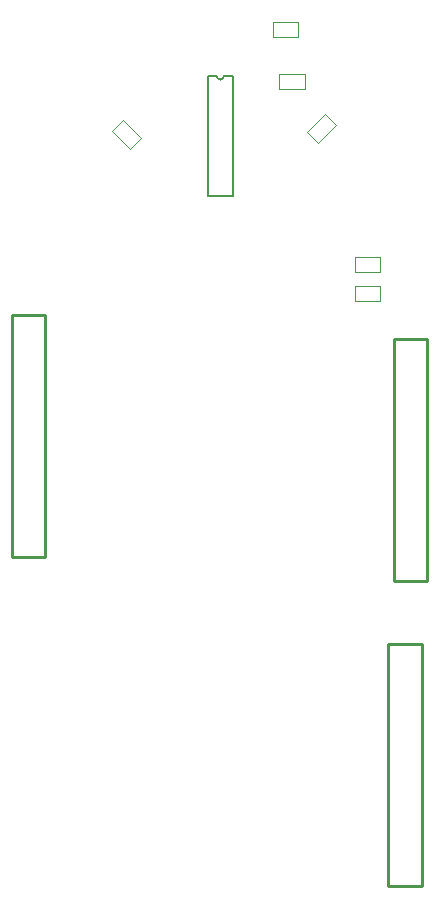
<source format=gbr>
%TF.GenerationSoftware,Altium Limited,Altium Designer,19.1.8 (144)*%
G04 Layer_Color=16711935*
%FSLAX26Y26*%
%MOIN*%
%TF.FileFunction,Other,Mechanical_13*%
%TF.Part,Single*%
G01*
G75*
%TA.AperFunction,NonConductor*%
%ADD32C,0.007874*%
%ADD33C,0.010000*%
%ADD40C,0.003937*%
D32*
X812303Y3325197D02*
G03*
X837303Y3325197I12500J0D01*
G01*
X781890D02*
X812303D01*
X837303D02*
X867716D01*
Y2925197D02*
Y3325197D01*
X781890Y2925197D02*
X867716D01*
X781890D02*
Y3325197D01*
D33*
X1384842Y625000D02*
X1495079D01*
Y1432087D01*
X1384842D02*
X1495079D01*
X1384842Y625000D02*
Y1432087D01*
X1513780Y1642126D02*
Y2449213D01*
X1403543Y1642126D02*
X1513780D01*
X1403543D02*
Y2449213D01*
X1513780D01*
X129921Y1719685D02*
Y2526772D01*
X240157D01*
Y1719685D02*
Y2526772D01*
X129921Y1719685D02*
X240157D01*
D40*
X1084646Y3455512D02*
Y3505118D01*
X1000000Y3455512D02*
Y3505118D01*
Y3455512D02*
X1084646D01*
X1000000Y3505118D02*
X1084646D01*
X1273622Y2672047D02*
X1358268D01*
X1273622Y2721654D02*
X1358268D01*
Y2672047D02*
Y2721654D01*
X1273622Y2672047D02*
Y2721654D01*
Y2573622D02*
Y2623228D01*
X1358268Y2573622D02*
Y2623228D01*
X1273622D02*
X1358268D01*
X1273622Y2573622D02*
X1358268D01*
X1020669Y3282284D02*
X1105315D01*
X1020669Y3331890D02*
X1105315D01*
Y3282284D02*
Y3331890D01*
X1020669Y3282284D02*
Y3331890D01*
X1173806Y3197072D02*
X1208882Y3161994D01*
X1113952Y3137218D02*
X1149029Y3102141D01*
X1208882Y3161994D01*
X1113952Y3137218D02*
X1173806Y3197072D01*
X524199Y3082456D02*
X559276Y3117533D01*
X464346Y3142310D02*
X499423Y3177387D01*
X464346Y3142310D02*
X524199Y3082456D01*
X499423Y3177387D02*
X559276Y3117533D01*
%TF.MD5,fff9f14dbab5d746893f53fa69564af7*%
M02*

</source>
